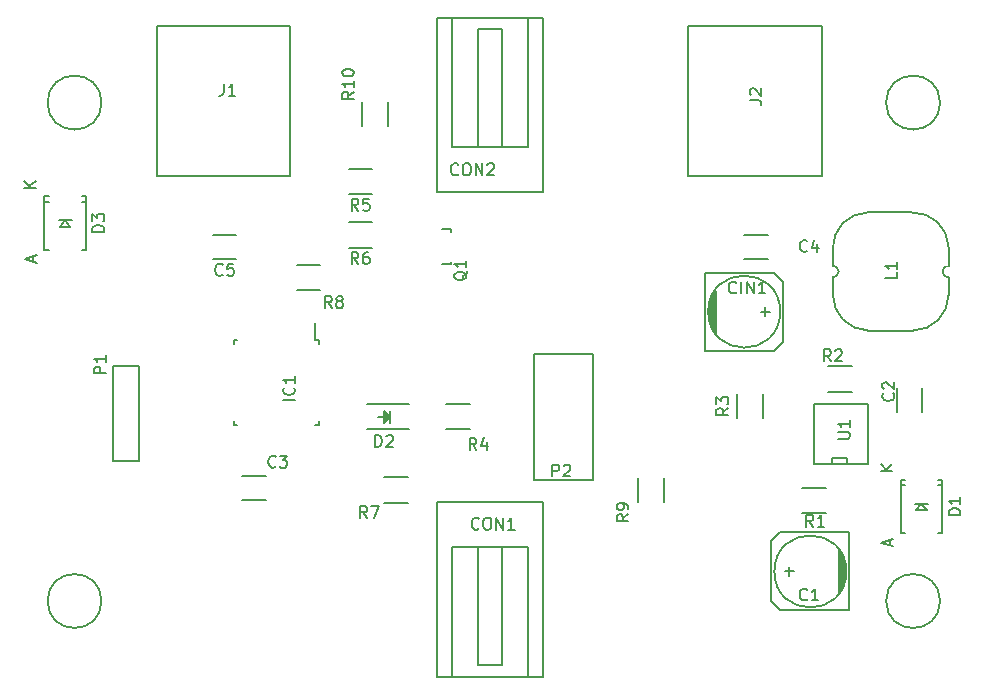
<source format=gbr>
G04 #@! TF.FileFunction,Legend,Top*
%FSLAX46Y46*%
G04 Gerber Fmt 4.6, Leading zero omitted, Abs format (unit mm)*
G04 Created by KiCad (PCBNEW no-vcs-found-product) date Fri Nov  4 22:39:12 2016*
%MOMM*%
%LPD*%
G01*
G04 APERTURE LIST*
%ADD10C,0.100000*%
%ADD11C,0.150000*%
G04 APERTURE END LIST*
D10*
D11*
X85949200Y-115500180D02*
X86650240Y-115500180D01*
X86650240Y-115500180D02*
X86650240Y-115749100D01*
X86650240Y-118299160D02*
X86650240Y-118499820D01*
X86650240Y-118499820D02*
X85949200Y-118499820D01*
X93200000Y-97600000D02*
X93200000Y-108600000D01*
X93200000Y-108600000D02*
X86800000Y-108600000D01*
X86800000Y-108600000D02*
X86800000Y-97600000D01*
X91000000Y-98600000D02*
X91000000Y-108600000D01*
X91000000Y-108600000D02*
X89000000Y-108600000D01*
X89000000Y-108600000D02*
X89000000Y-98600000D01*
X89000000Y-98600000D02*
X91000000Y-98600000D01*
X94500000Y-97600000D02*
X94500000Y-112400000D01*
X94500000Y-112400000D02*
X85500000Y-112400000D01*
X85500000Y-112400000D02*
X85500000Y-97600000D01*
X85500000Y-97600000D02*
X94500000Y-97600000D01*
X86800000Y-153400000D02*
X86800000Y-142400000D01*
X86800000Y-142400000D02*
X93200000Y-142400000D01*
X93200000Y-142400000D02*
X93200000Y-153400000D01*
X89000000Y-152400000D02*
X89000000Y-142400000D01*
X89000000Y-142400000D02*
X91000000Y-142400000D01*
X91000000Y-142400000D02*
X91000000Y-152400000D01*
X91000000Y-152400000D02*
X89000000Y-152400000D01*
X85500000Y-153400000D02*
X85500000Y-138600000D01*
X85500000Y-138600000D02*
X94500000Y-138600000D01*
X94500000Y-138600000D02*
X94500000Y-153400000D01*
X94500000Y-153400000D02*
X85500000Y-153400000D01*
X128086000Y-104800000D02*
G75*
G03X128086000Y-104800000I-2286000J0D01*
G01*
X128086000Y-147000000D02*
G75*
G03X128086000Y-147000000I-2286000J0D01*
G01*
X120021000Y-145262000D02*
X120021000Y-143738000D01*
X119894000Y-143357000D02*
X119894000Y-145643000D01*
X119767000Y-145897000D02*
X119767000Y-143103000D01*
X119640000Y-142849000D02*
X119640000Y-146151000D01*
X119513000Y-146278000D02*
X119513000Y-142722000D01*
X120402000Y-147802000D02*
X120402000Y-141198000D01*
X120402000Y-141198000D02*
X114560000Y-141198000D01*
X114560000Y-141198000D02*
X113798000Y-141960000D01*
X113798000Y-141960000D02*
X113798000Y-147040000D01*
X113798000Y-147040000D02*
X114560000Y-147802000D01*
X114560000Y-147802000D02*
X120402000Y-147802000D01*
X114941000Y-144500000D02*
X115703000Y-144500000D01*
X115322000Y-144881000D02*
X115322000Y-144119000D01*
X120148000Y-144500000D02*
G75*
G03X120148000Y-144500000I-3048000J0D01*
G01*
X124475000Y-129000000D02*
X124475000Y-131000000D01*
X126525000Y-131000000D02*
X126525000Y-129000000D01*
X71000000Y-136375000D02*
X69000000Y-136375000D01*
X69000000Y-138425000D02*
X71000000Y-138425000D01*
X113500000Y-115975000D02*
X111500000Y-115975000D01*
X111500000Y-118025000D02*
X113500000Y-118025000D01*
X68500000Y-115975000D02*
X66500000Y-115975000D01*
X66500000Y-118025000D02*
X68500000Y-118025000D01*
X108579000Y-121738000D02*
X108579000Y-123262000D01*
X108706000Y-123643000D02*
X108706000Y-121357000D01*
X108833000Y-121103000D02*
X108833000Y-123897000D01*
X108960000Y-124151000D02*
X108960000Y-120849000D01*
X109087000Y-120722000D02*
X109087000Y-124278000D01*
X108198000Y-119198000D02*
X108198000Y-125802000D01*
X108198000Y-125802000D02*
X114040000Y-125802000D01*
X114040000Y-125802000D02*
X114802000Y-125040000D01*
X114802000Y-125040000D02*
X114802000Y-119960000D01*
X114802000Y-119960000D02*
X114040000Y-119198000D01*
X114040000Y-119198000D02*
X108198000Y-119198000D01*
X113659000Y-122500000D02*
X112897000Y-122500000D01*
X113278000Y-122119000D02*
X113278000Y-122881000D01*
X114548000Y-122500000D02*
G75*
G03X114548000Y-122500000I-3048000J0D01*
G01*
X83150000Y-130350000D02*
X79550000Y-130350000D01*
X83150000Y-132450000D02*
X79550000Y-132450000D01*
X81100000Y-131700000D02*
X81100000Y-131100000D01*
X81100000Y-131100000D02*
X81400000Y-131400000D01*
X81400000Y-131400000D02*
X81200000Y-131600000D01*
X81200000Y-131600000D02*
X81200000Y-131350000D01*
X81200000Y-131350000D02*
X81250000Y-131400000D01*
X81500000Y-131900000D02*
X81500000Y-130900000D01*
X81000000Y-131400000D02*
X80500000Y-131400000D01*
X81500000Y-131400000D02*
X81000000Y-131900000D01*
X81000000Y-131900000D02*
X81000000Y-130900000D01*
X81000000Y-130900000D02*
X81500000Y-131400000D01*
X75525000Y-124875000D02*
X75200000Y-124875000D01*
X75525000Y-132125000D02*
X75200000Y-132125000D01*
X68275000Y-132125000D02*
X68600000Y-132125000D01*
X68275000Y-124875000D02*
X68600000Y-124875000D01*
X75525000Y-124875000D02*
X75525000Y-125200000D01*
X68275000Y-124875000D02*
X68275000Y-125200000D01*
X68275000Y-132125000D02*
X68275000Y-131800000D01*
X75525000Y-132125000D02*
X75525000Y-131800000D01*
X75200000Y-124875000D02*
X75200000Y-123450000D01*
X67350000Y-111000000D02*
X61750000Y-111000000D01*
X61750000Y-111000000D02*
X61750000Y-98300000D01*
X61750000Y-98300000D02*
X73050000Y-98300000D01*
X73050000Y-98300000D02*
X73050000Y-111000000D01*
X73050000Y-111000000D02*
X67350000Y-111000000D01*
X112350000Y-111000000D02*
X106750000Y-111000000D01*
X106750000Y-111000000D02*
X106750000Y-98300000D01*
X106750000Y-98300000D02*
X118050000Y-98300000D01*
X118050000Y-98300000D02*
X118050000Y-111000000D01*
X118050000Y-111000000D02*
X112350000Y-111000000D01*
X128800000Y-121100000D02*
X128800000Y-119600000D01*
X128800000Y-117000000D02*
X128800000Y-118600000D01*
X125700000Y-114100000D02*
X121900000Y-114100000D01*
X119000000Y-117150000D02*
X119000000Y-118600000D01*
X119000000Y-121000000D02*
X119000000Y-119600000D01*
X125800000Y-124100000D02*
X122000000Y-124100000D01*
X128300000Y-119100000D02*
G75*
G03X128800000Y-119600000I500000J0D01*
G01*
X128800000Y-118600000D02*
G75*
G03X128300000Y-119100000I0J-500000D01*
G01*
X119500000Y-119100000D02*
G75*
G02X119000000Y-119600000I-500000J0D01*
G01*
X119000000Y-118600000D02*
G75*
G02X119500000Y-119100000I0J-500000D01*
G01*
X125800000Y-124100000D02*
G75*
G03X128800000Y-121100000I0J3000000D01*
G01*
X128800000Y-117000000D02*
G75*
G03X125700000Y-114100000I-3000000J-100000D01*
G01*
X121950000Y-114100000D02*
G75*
G03X119000000Y-117150000I50000J-3000000D01*
G01*
X119000000Y-121000000D02*
G75*
G03X122000000Y-124100000I3050000J-50000D01*
G01*
X58060000Y-135130000D02*
X58060000Y-127130000D01*
X58060000Y-127130000D02*
X60260000Y-127130000D01*
X60260000Y-127130000D02*
X60260000Y-135130000D01*
X60260000Y-135130000D02*
X58060000Y-135130000D01*
X93706000Y-126066000D02*
X98709800Y-126066000D01*
X98709800Y-126066000D02*
X98709800Y-136734000D01*
X98709800Y-136734000D02*
X93706000Y-136734000D01*
X93706000Y-136734000D02*
X93706000Y-126066000D01*
X116400000Y-137425000D02*
X118400000Y-137425000D01*
X118400000Y-139575000D02*
X116400000Y-139575000D01*
X118600000Y-127125000D02*
X120600000Y-127125000D01*
X120600000Y-129275000D02*
X118600000Y-129275000D01*
X113075000Y-129500000D02*
X113075000Y-131500000D01*
X110925000Y-131500000D02*
X110925000Y-129500000D01*
X88250000Y-132475000D02*
X86250000Y-132475000D01*
X86250000Y-130325000D02*
X88250000Y-130325000D01*
X78000000Y-110425000D02*
X80000000Y-110425000D01*
X80000000Y-112575000D02*
X78000000Y-112575000D01*
X78000000Y-114925000D02*
X80000000Y-114925000D01*
X80000000Y-117075000D02*
X78000000Y-117075000D01*
X117414000Y-135440000D02*
X117414000Y-130360000D01*
X117414000Y-130360000D02*
X121986000Y-130360000D01*
X121986000Y-130360000D02*
X121986000Y-135440000D01*
X121986000Y-135440000D02*
X117414000Y-135440000D01*
X118938000Y-135440000D02*
X118938000Y-134932000D01*
X118938000Y-134932000D02*
X120208000Y-134932000D01*
X120208000Y-134932000D02*
X120208000Y-135440000D01*
X57086000Y-104800000D02*
G75*
G03X57086000Y-104800000I-2286000J0D01*
G01*
X57086000Y-147000000D02*
G75*
G03X57086000Y-147000000I-2286000J0D01*
G01*
X126500000Y-138750000D02*
X126950000Y-139300000D01*
X126950000Y-139300000D02*
X126050000Y-139300000D01*
X126050000Y-139300000D02*
X126500000Y-138750000D01*
X127050000Y-138750000D02*
X125950000Y-138750000D01*
X124749940Y-137200860D02*
X125100460Y-137200860D01*
X128250060Y-137200860D02*
X127899540Y-137200860D01*
X124749940Y-141250440D02*
X125100460Y-141250440D01*
X124749940Y-136749560D02*
X125100460Y-136749560D01*
X128250060Y-136749560D02*
X127899540Y-136749560D01*
X128250060Y-141250440D02*
X127899540Y-141250440D01*
X124749940Y-136749560D02*
X124749940Y-141250440D01*
X128250060Y-136749560D02*
X128250060Y-141250440D01*
X54000000Y-114750000D02*
X54450000Y-115300000D01*
X54450000Y-115300000D02*
X53550000Y-115300000D01*
X53550000Y-115300000D02*
X54000000Y-114750000D01*
X54550000Y-114750000D02*
X53450000Y-114750000D01*
X52249940Y-113200860D02*
X52600460Y-113200860D01*
X55750060Y-113200860D02*
X55399540Y-113200860D01*
X52249940Y-117250440D02*
X52600460Y-117250440D01*
X52249940Y-112749560D02*
X52600460Y-112749560D01*
X55750060Y-112749560D02*
X55399540Y-112749560D01*
X55750060Y-117250440D02*
X55399540Y-117250440D01*
X52249940Y-112749560D02*
X52249940Y-117250440D01*
X55750060Y-112749560D02*
X55750060Y-117250440D01*
X83000000Y-138675000D02*
X81000000Y-138675000D01*
X81000000Y-136525000D02*
X83000000Y-136525000D01*
X75600000Y-120675000D02*
X73600000Y-120675000D01*
X73600000Y-118525000D02*
X75600000Y-118525000D01*
X104675000Y-136600000D02*
X104675000Y-138600000D01*
X102525000Y-138600000D02*
X102525000Y-136600000D01*
X79175000Y-106750000D02*
X79175000Y-104750000D01*
X81325000Y-104750000D02*
X81325000Y-106750000D01*
X88047619Y-119095238D02*
X88000000Y-119190476D01*
X87904761Y-119285714D01*
X87761904Y-119428571D01*
X87714285Y-119523809D01*
X87714285Y-119619047D01*
X87952380Y-119571428D02*
X87904761Y-119666666D01*
X87809523Y-119761904D01*
X87619047Y-119809523D01*
X87285714Y-119809523D01*
X87095238Y-119761904D01*
X87000000Y-119666666D01*
X86952380Y-119571428D01*
X86952380Y-119380952D01*
X87000000Y-119285714D01*
X87095238Y-119190476D01*
X87285714Y-119142857D01*
X87619047Y-119142857D01*
X87809523Y-119190476D01*
X87904761Y-119285714D01*
X87952380Y-119380952D01*
X87952380Y-119571428D01*
X87952380Y-118190476D02*
X87952380Y-118761904D01*
X87952380Y-118476190D02*
X86952380Y-118476190D01*
X87095238Y-118571428D01*
X87190476Y-118666666D01*
X87238095Y-118761904D01*
X87285714Y-110857142D02*
X87238095Y-110904761D01*
X87095238Y-110952380D01*
X87000000Y-110952380D01*
X86857142Y-110904761D01*
X86761904Y-110809523D01*
X86714285Y-110714285D01*
X86666666Y-110523809D01*
X86666666Y-110380952D01*
X86714285Y-110190476D01*
X86761904Y-110095238D01*
X86857142Y-110000000D01*
X87000000Y-109952380D01*
X87095238Y-109952380D01*
X87238095Y-110000000D01*
X87285714Y-110047619D01*
X87904761Y-109952380D02*
X88095238Y-109952380D01*
X88190476Y-110000000D01*
X88285714Y-110095238D01*
X88333333Y-110285714D01*
X88333333Y-110619047D01*
X88285714Y-110809523D01*
X88190476Y-110904761D01*
X88095238Y-110952380D01*
X87904761Y-110952380D01*
X87809523Y-110904761D01*
X87714285Y-110809523D01*
X87666666Y-110619047D01*
X87666666Y-110285714D01*
X87714285Y-110095238D01*
X87809523Y-110000000D01*
X87904761Y-109952380D01*
X88761904Y-110952380D02*
X88761904Y-109952380D01*
X89333333Y-110952380D01*
X89333333Y-109952380D01*
X89761904Y-110047619D02*
X89809523Y-110000000D01*
X89904761Y-109952380D01*
X90142857Y-109952380D01*
X90238095Y-110000000D01*
X90285714Y-110047619D01*
X90333333Y-110142857D01*
X90333333Y-110238095D01*
X90285714Y-110380952D01*
X89714285Y-110952380D01*
X90333333Y-110952380D01*
X89035714Y-140857142D02*
X88988095Y-140904761D01*
X88845238Y-140952380D01*
X88750000Y-140952380D01*
X88607142Y-140904761D01*
X88511904Y-140809523D01*
X88464285Y-140714285D01*
X88416666Y-140523809D01*
X88416666Y-140380952D01*
X88464285Y-140190476D01*
X88511904Y-140095238D01*
X88607142Y-140000000D01*
X88750000Y-139952380D01*
X88845238Y-139952380D01*
X88988095Y-140000000D01*
X89035714Y-140047619D01*
X89654761Y-139952380D02*
X89845238Y-139952380D01*
X89940476Y-140000000D01*
X90035714Y-140095238D01*
X90083333Y-140285714D01*
X90083333Y-140619047D01*
X90035714Y-140809523D01*
X89940476Y-140904761D01*
X89845238Y-140952380D01*
X89654761Y-140952380D01*
X89559523Y-140904761D01*
X89464285Y-140809523D01*
X89416666Y-140619047D01*
X89416666Y-140285714D01*
X89464285Y-140095238D01*
X89559523Y-140000000D01*
X89654761Y-139952380D01*
X90511904Y-140952380D02*
X90511904Y-139952380D01*
X91083333Y-140952380D01*
X91083333Y-139952380D01*
X92083333Y-140952380D02*
X91511904Y-140952380D01*
X91797619Y-140952380D02*
X91797619Y-139952380D01*
X91702380Y-140095238D01*
X91607142Y-140190476D01*
X91511904Y-140238095D01*
X116833333Y-146857142D02*
X116785714Y-146904761D01*
X116642857Y-146952380D01*
X116547619Y-146952380D01*
X116404761Y-146904761D01*
X116309523Y-146809523D01*
X116261904Y-146714285D01*
X116214285Y-146523809D01*
X116214285Y-146380952D01*
X116261904Y-146190476D01*
X116309523Y-146095238D01*
X116404761Y-146000000D01*
X116547619Y-145952380D01*
X116642857Y-145952380D01*
X116785714Y-146000000D01*
X116833333Y-146047619D01*
X117785714Y-146952380D02*
X117214285Y-146952380D01*
X117500000Y-146952380D02*
X117500000Y-145952380D01*
X117404761Y-146095238D01*
X117309523Y-146190476D01*
X117214285Y-146238095D01*
X124107142Y-129416666D02*
X124154761Y-129464285D01*
X124202380Y-129607142D01*
X124202380Y-129702380D01*
X124154761Y-129845238D01*
X124059523Y-129940476D01*
X123964285Y-129988095D01*
X123773809Y-130035714D01*
X123630952Y-130035714D01*
X123440476Y-129988095D01*
X123345238Y-129940476D01*
X123250000Y-129845238D01*
X123202380Y-129702380D01*
X123202380Y-129607142D01*
X123250000Y-129464285D01*
X123297619Y-129416666D01*
X123297619Y-129035714D02*
X123250000Y-128988095D01*
X123202380Y-128892857D01*
X123202380Y-128654761D01*
X123250000Y-128559523D01*
X123297619Y-128511904D01*
X123392857Y-128464285D01*
X123488095Y-128464285D01*
X123630952Y-128511904D01*
X124202380Y-129083333D01*
X124202380Y-128464285D01*
X71833333Y-135607142D02*
X71785714Y-135654761D01*
X71642857Y-135702380D01*
X71547619Y-135702380D01*
X71404761Y-135654761D01*
X71309523Y-135559523D01*
X71261904Y-135464285D01*
X71214285Y-135273809D01*
X71214285Y-135130952D01*
X71261904Y-134940476D01*
X71309523Y-134845238D01*
X71404761Y-134750000D01*
X71547619Y-134702380D01*
X71642857Y-134702380D01*
X71785714Y-134750000D01*
X71833333Y-134797619D01*
X72166666Y-134702380D02*
X72785714Y-134702380D01*
X72452380Y-135083333D01*
X72595238Y-135083333D01*
X72690476Y-135130952D01*
X72738095Y-135178571D01*
X72785714Y-135273809D01*
X72785714Y-135511904D01*
X72738095Y-135607142D01*
X72690476Y-135654761D01*
X72595238Y-135702380D01*
X72309523Y-135702380D01*
X72214285Y-135654761D01*
X72166666Y-135607142D01*
X116833333Y-117357142D02*
X116785714Y-117404761D01*
X116642857Y-117452380D01*
X116547619Y-117452380D01*
X116404761Y-117404761D01*
X116309523Y-117309523D01*
X116261904Y-117214285D01*
X116214285Y-117023809D01*
X116214285Y-116880952D01*
X116261904Y-116690476D01*
X116309523Y-116595238D01*
X116404761Y-116500000D01*
X116547619Y-116452380D01*
X116642857Y-116452380D01*
X116785714Y-116500000D01*
X116833333Y-116547619D01*
X117690476Y-116785714D02*
X117690476Y-117452380D01*
X117452380Y-116404761D02*
X117214285Y-117119047D01*
X117833333Y-117119047D01*
X67333333Y-119357142D02*
X67285714Y-119404761D01*
X67142857Y-119452380D01*
X67047619Y-119452380D01*
X66904761Y-119404761D01*
X66809523Y-119309523D01*
X66761904Y-119214285D01*
X66714285Y-119023809D01*
X66714285Y-118880952D01*
X66761904Y-118690476D01*
X66809523Y-118595238D01*
X66904761Y-118500000D01*
X67047619Y-118452380D01*
X67142857Y-118452380D01*
X67285714Y-118500000D01*
X67333333Y-118547619D01*
X68238095Y-118452380D02*
X67761904Y-118452380D01*
X67714285Y-118928571D01*
X67761904Y-118880952D01*
X67857142Y-118833333D01*
X68095238Y-118833333D01*
X68190476Y-118880952D01*
X68238095Y-118928571D01*
X68285714Y-119023809D01*
X68285714Y-119261904D01*
X68238095Y-119357142D01*
X68190476Y-119404761D01*
X68095238Y-119452380D01*
X67857142Y-119452380D01*
X67761904Y-119404761D01*
X67714285Y-119357142D01*
X110821428Y-120857142D02*
X110773809Y-120904761D01*
X110630952Y-120952380D01*
X110535714Y-120952380D01*
X110392857Y-120904761D01*
X110297619Y-120809523D01*
X110250000Y-120714285D01*
X110202380Y-120523809D01*
X110202380Y-120380952D01*
X110250000Y-120190476D01*
X110297619Y-120095238D01*
X110392857Y-120000000D01*
X110535714Y-119952380D01*
X110630952Y-119952380D01*
X110773809Y-120000000D01*
X110821428Y-120047619D01*
X111250000Y-120952380D02*
X111250000Y-119952380D01*
X111726190Y-120952380D02*
X111726190Y-119952380D01*
X112297619Y-120952380D01*
X112297619Y-119952380D01*
X113297619Y-120952380D02*
X112726190Y-120952380D01*
X113011904Y-120952380D02*
X113011904Y-119952380D01*
X112916666Y-120095238D01*
X112821428Y-120190476D01*
X112726190Y-120238095D01*
X80261904Y-133952380D02*
X80261904Y-132952380D01*
X80500000Y-132952380D01*
X80642857Y-133000000D01*
X80738095Y-133095238D01*
X80785714Y-133190476D01*
X80833333Y-133380952D01*
X80833333Y-133523809D01*
X80785714Y-133714285D01*
X80738095Y-133809523D01*
X80642857Y-133904761D01*
X80500000Y-133952380D01*
X80261904Y-133952380D01*
X81214285Y-133047619D02*
X81261904Y-133000000D01*
X81357142Y-132952380D01*
X81595238Y-132952380D01*
X81690476Y-133000000D01*
X81738095Y-133047619D01*
X81785714Y-133142857D01*
X81785714Y-133238095D01*
X81738095Y-133380952D01*
X81166666Y-133952380D01*
X81785714Y-133952380D01*
X73452380Y-129976190D02*
X72452380Y-129976190D01*
X73357142Y-128928571D02*
X73404761Y-128976190D01*
X73452380Y-129119047D01*
X73452380Y-129214285D01*
X73404761Y-129357142D01*
X73309523Y-129452380D01*
X73214285Y-129500000D01*
X73023809Y-129547619D01*
X72880952Y-129547619D01*
X72690476Y-129500000D01*
X72595238Y-129452380D01*
X72500000Y-129357142D01*
X72452380Y-129214285D01*
X72452380Y-129119047D01*
X72500000Y-128976190D01*
X72547619Y-128928571D01*
X73452380Y-127976190D02*
X73452380Y-128547619D01*
X73452380Y-128261904D02*
X72452380Y-128261904D01*
X72595238Y-128357142D01*
X72690476Y-128452380D01*
X72738095Y-128547619D01*
X67416666Y-103202380D02*
X67416666Y-103916666D01*
X67369047Y-104059523D01*
X67273809Y-104154761D01*
X67130952Y-104202380D01*
X67035714Y-104202380D01*
X68416666Y-104202380D02*
X67845238Y-104202380D01*
X68130952Y-104202380D02*
X68130952Y-103202380D01*
X68035714Y-103345238D01*
X67940476Y-103440476D01*
X67845238Y-103488095D01*
X111952380Y-104583333D02*
X112666666Y-104583333D01*
X112809523Y-104630952D01*
X112904761Y-104726190D01*
X112952380Y-104869047D01*
X112952380Y-104964285D01*
X112047619Y-104154761D02*
X112000000Y-104107142D01*
X111952380Y-104011904D01*
X111952380Y-103773809D01*
X112000000Y-103678571D01*
X112047619Y-103630952D01*
X112142857Y-103583333D01*
X112238095Y-103583333D01*
X112380952Y-103630952D01*
X112952380Y-104202380D01*
X112952380Y-103583333D01*
X124452380Y-119166666D02*
X124452380Y-119642857D01*
X123452380Y-119642857D01*
X124452380Y-118309523D02*
X124452380Y-118880952D01*
X124452380Y-118595238D02*
X123452380Y-118595238D01*
X123595238Y-118690476D01*
X123690476Y-118785714D01*
X123738095Y-118880952D01*
X57452380Y-127738095D02*
X56452380Y-127738095D01*
X56452380Y-127357142D01*
X56500000Y-127261904D01*
X56547619Y-127214285D01*
X56642857Y-127166666D01*
X56785714Y-127166666D01*
X56880952Y-127214285D01*
X56928571Y-127261904D01*
X56976190Y-127357142D01*
X56976190Y-127738095D01*
X57452380Y-126214285D02*
X57452380Y-126785714D01*
X57452380Y-126500000D02*
X56452380Y-126500000D01*
X56595238Y-126595238D01*
X56690476Y-126690476D01*
X56738095Y-126785714D01*
X95261904Y-136452380D02*
X95261904Y-135452380D01*
X95642857Y-135452380D01*
X95738095Y-135500000D01*
X95785714Y-135547619D01*
X95833333Y-135642857D01*
X95833333Y-135785714D01*
X95785714Y-135880952D01*
X95738095Y-135928571D01*
X95642857Y-135976190D01*
X95261904Y-135976190D01*
X96214285Y-135547619D02*
X96261904Y-135500000D01*
X96357142Y-135452380D01*
X96595238Y-135452380D01*
X96690476Y-135500000D01*
X96738095Y-135547619D01*
X96785714Y-135642857D01*
X96785714Y-135738095D01*
X96738095Y-135880952D01*
X96166666Y-136452380D01*
X96785714Y-136452380D01*
X117333333Y-140702380D02*
X117000000Y-140226190D01*
X116761904Y-140702380D02*
X116761904Y-139702380D01*
X117142857Y-139702380D01*
X117238095Y-139750000D01*
X117285714Y-139797619D01*
X117333333Y-139892857D01*
X117333333Y-140035714D01*
X117285714Y-140130952D01*
X117238095Y-140178571D01*
X117142857Y-140226190D01*
X116761904Y-140226190D01*
X118285714Y-140702380D02*
X117714285Y-140702380D01*
X118000000Y-140702380D02*
X118000000Y-139702380D01*
X117904761Y-139845238D01*
X117809523Y-139940476D01*
X117714285Y-139988095D01*
X118833333Y-126702380D02*
X118500000Y-126226190D01*
X118261904Y-126702380D02*
X118261904Y-125702380D01*
X118642857Y-125702380D01*
X118738095Y-125750000D01*
X118785714Y-125797619D01*
X118833333Y-125892857D01*
X118833333Y-126035714D01*
X118785714Y-126130952D01*
X118738095Y-126178571D01*
X118642857Y-126226190D01*
X118261904Y-126226190D01*
X119214285Y-125797619D02*
X119261904Y-125750000D01*
X119357142Y-125702380D01*
X119595238Y-125702380D01*
X119690476Y-125750000D01*
X119738095Y-125797619D01*
X119785714Y-125892857D01*
X119785714Y-125988095D01*
X119738095Y-126130952D01*
X119166666Y-126702380D01*
X119785714Y-126702380D01*
X110152380Y-130666666D02*
X109676190Y-131000000D01*
X110152380Y-131238095D02*
X109152380Y-131238095D01*
X109152380Y-130857142D01*
X109200000Y-130761904D01*
X109247619Y-130714285D01*
X109342857Y-130666666D01*
X109485714Y-130666666D01*
X109580952Y-130714285D01*
X109628571Y-130761904D01*
X109676190Y-130857142D01*
X109676190Y-131238095D01*
X109152380Y-130333333D02*
X109152380Y-129714285D01*
X109533333Y-130047619D01*
X109533333Y-129904761D01*
X109580952Y-129809523D01*
X109628571Y-129761904D01*
X109723809Y-129714285D01*
X109961904Y-129714285D01*
X110057142Y-129761904D01*
X110104761Y-129809523D01*
X110152380Y-129904761D01*
X110152380Y-130190476D01*
X110104761Y-130285714D01*
X110057142Y-130333333D01*
X88833333Y-134202380D02*
X88500000Y-133726190D01*
X88261904Y-134202380D02*
X88261904Y-133202380D01*
X88642857Y-133202380D01*
X88738095Y-133250000D01*
X88785714Y-133297619D01*
X88833333Y-133392857D01*
X88833333Y-133535714D01*
X88785714Y-133630952D01*
X88738095Y-133678571D01*
X88642857Y-133726190D01*
X88261904Y-133726190D01*
X89690476Y-133535714D02*
X89690476Y-134202380D01*
X89452380Y-133154761D02*
X89214285Y-133869047D01*
X89833333Y-133869047D01*
X78833333Y-113952380D02*
X78500000Y-113476190D01*
X78261904Y-113952380D02*
X78261904Y-112952380D01*
X78642857Y-112952380D01*
X78738095Y-113000000D01*
X78785714Y-113047619D01*
X78833333Y-113142857D01*
X78833333Y-113285714D01*
X78785714Y-113380952D01*
X78738095Y-113428571D01*
X78642857Y-113476190D01*
X78261904Y-113476190D01*
X79738095Y-112952380D02*
X79261904Y-112952380D01*
X79214285Y-113428571D01*
X79261904Y-113380952D01*
X79357142Y-113333333D01*
X79595238Y-113333333D01*
X79690476Y-113380952D01*
X79738095Y-113428571D01*
X79785714Y-113523809D01*
X79785714Y-113761904D01*
X79738095Y-113857142D01*
X79690476Y-113904761D01*
X79595238Y-113952380D01*
X79357142Y-113952380D01*
X79261904Y-113904761D01*
X79214285Y-113857142D01*
X78833333Y-118452380D02*
X78500000Y-117976190D01*
X78261904Y-118452380D02*
X78261904Y-117452380D01*
X78642857Y-117452380D01*
X78738095Y-117500000D01*
X78785714Y-117547619D01*
X78833333Y-117642857D01*
X78833333Y-117785714D01*
X78785714Y-117880952D01*
X78738095Y-117928571D01*
X78642857Y-117976190D01*
X78261904Y-117976190D01*
X79690476Y-117452380D02*
X79500000Y-117452380D01*
X79404761Y-117500000D01*
X79357142Y-117547619D01*
X79261904Y-117690476D01*
X79214285Y-117880952D01*
X79214285Y-118261904D01*
X79261904Y-118357142D01*
X79309523Y-118404761D01*
X79404761Y-118452380D01*
X79595238Y-118452380D01*
X79690476Y-118404761D01*
X79738095Y-118357142D01*
X79785714Y-118261904D01*
X79785714Y-118023809D01*
X79738095Y-117928571D01*
X79690476Y-117880952D01*
X79595238Y-117833333D01*
X79404761Y-117833333D01*
X79309523Y-117880952D01*
X79261904Y-117928571D01*
X79214285Y-118023809D01*
X119452380Y-133261904D02*
X120261904Y-133261904D01*
X120357142Y-133214285D01*
X120404761Y-133166666D01*
X120452380Y-133071428D01*
X120452380Y-132880952D01*
X120404761Y-132785714D01*
X120357142Y-132738095D01*
X120261904Y-132690476D01*
X119452380Y-132690476D01*
X120452380Y-131690476D02*
X120452380Y-132261904D01*
X120452380Y-131976190D02*
X119452380Y-131976190D01*
X119595238Y-132071428D01*
X119690476Y-132166666D01*
X119738095Y-132261904D01*
X129802380Y-139738095D02*
X128802380Y-139738095D01*
X128802380Y-139500000D01*
X128850000Y-139357142D01*
X128945238Y-139261904D01*
X129040476Y-139214285D01*
X129230952Y-139166666D01*
X129373809Y-139166666D01*
X129564285Y-139214285D01*
X129659523Y-139261904D01*
X129754761Y-139357142D01*
X129802380Y-139500000D01*
X129802380Y-139738095D01*
X129802380Y-138214285D02*
X129802380Y-138785714D01*
X129802380Y-138500000D02*
X128802380Y-138500000D01*
X128945238Y-138595238D01*
X129040476Y-138690476D01*
X129088095Y-138785714D01*
X124052380Y-136011904D02*
X123052380Y-136011904D01*
X124052380Y-135440476D02*
X123480952Y-135869047D01*
X123052380Y-135440476D02*
X123623809Y-136011904D01*
X123816666Y-142288095D02*
X123816666Y-141811904D01*
X124102380Y-142383333D02*
X123102380Y-142050000D01*
X124102380Y-141716666D01*
X57302380Y-115738095D02*
X56302380Y-115738095D01*
X56302380Y-115500000D01*
X56350000Y-115357142D01*
X56445238Y-115261904D01*
X56540476Y-115214285D01*
X56730952Y-115166666D01*
X56873809Y-115166666D01*
X57064285Y-115214285D01*
X57159523Y-115261904D01*
X57254761Y-115357142D01*
X57302380Y-115500000D01*
X57302380Y-115738095D01*
X56302380Y-114833333D02*
X56302380Y-114214285D01*
X56683333Y-114547619D01*
X56683333Y-114404761D01*
X56730952Y-114309523D01*
X56778571Y-114261904D01*
X56873809Y-114214285D01*
X57111904Y-114214285D01*
X57207142Y-114261904D01*
X57254761Y-114309523D01*
X57302380Y-114404761D01*
X57302380Y-114690476D01*
X57254761Y-114785714D01*
X57207142Y-114833333D01*
X51552380Y-112011904D02*
X50552380Y-112011904D01*
X51552380Y-111440476D02*
X50980952Y-111869047D01*
X50552380Y-111440476D02*
X51123809Y-112011904D01*
X51316666Y-118288095D02*
X51316666Y-117811904D01*
X51602380Y-118383333D02*
X50602380Y-118050000D01*
X51602380Y-117716666D01*
X79583333Y-139952380D02*
X79250000Y-139476190D01*
X79011904Y-139952380D02*
X79011904Y-138952380D01*
X79392857Y-138952380D01*
X79488095Y-139000000D01*
X79535714Y-139047619D01*
X79583333Y-139142857D01*
X79583333Y-139285714D01*
X79535714Y-139380952D01*
X79488095Y-139428571D01*
X79392857Y-139476190D01*
X79011904Y-139476190D01*
X79916666Y-138952380D02*
X80583333Y-138952380D01*
X80154761Y-139952380D01*
X76583333Y-122202380D02*
X76250000Y-121726190D01*
X76011904Y-122202380D02*
X76011904Y-121202380D01*
X76392857Y-121202380D01*
X76488095Y-121250000D01*
X76535714Y-121297619D01*
X76583333Y-121392857D01*
X76583333Y-121535714D01*
X76535714Y-121630952D01*
X76488095Y-121678571D01*
X76392857Y-121726190D01*
X76011904Y-121726190D01*
X77154761Y-121630952D02*
X77059523Y-121583333D01*
X77011904Y-121535714D01*
X76964285Y-121440476D01*
X76964285Y-121392857D01*
X77011904Y-121297619D01*
X77059523Y-121250000D01*
X77154761Y-121202380D01*
X77345238Y-121202380D01*
X77440476Y-121250000D01*
X77488095Y-121297619D01*
X77535714Y-121392857D01*
X77535714Y-121440476D01*
X77488095Y-121535714D01*
X77440476Y-121583333D01*
X77345238Y-121630952D01*
X77154761Y-121630952D01*
X77059523Y-121678571D01*
X77011904Y-121726190D01*
X76964285Y-121821428D01*
X76964285Y-122011904D01*
X77011904Y-122107142D01*
X77059523Y-122154761D01*
X77154761Y-122202380D01*
X77345238Y-122202380D01*
X77440476Y-122154761D01*
X77488095Y-122107142D01*
X77535714Y-122011904D01*
X77535714Y-121821428D01*
X77488095Y-121726190D01*
X77440476Y-121678571D01*
X77345238Y-121630952D01*
X101702380Y-139666666D02*
X101226190Y-140000000D01*
X101702380Y-140238095D02*
X100702380Y-140238095D01*
X100702380Y-139857142D01*
X100750000Y-139761904D01*
X100797619Y-139714285D01*
X100892857Y-139666666D01*
X101035714Y-139666666D01*
X101130952Y-139714285D01*
X101178571Y-139761904D01*
X101226190Y-139857142D01*
X101226190Y-140238095D01*
X101702380Y-139190476D02*
X101702380Y-139000000D01*
X101654761Y-138904761D01*
X101607142Y-138857142D01*
X101464285Y-138761904D01*
X101273809Y-138714285D01*
X100892857Y-138714285D01*
X100797619Y-138761904D01*
X100750000Y-138809523D01*
X100702380Y-138904761D01*
X100702380Y-139095238D01*
X100750000Y-139190476D01*
X100797619Y-139238095D01*
X100892857Y-139285714D01*
X101130952Y-139285714D01*
X101226190Y-139238095D01*
X101273809Y-139190476D01*
X101321428Y-139095238D01*
X101321428Y-138904761D01*
X101273809Y-138809523D01*
X101226190Y-138761904D01*
X101130952Y-138714285D01*
X78452380Y-103892857D02*
X77976190Y-104226190D01*
X78452380Y-104464285D02*
X77452380Y-104464285D01*
X77452380Y-104083333D01*
X77500000Y-103988095D01*
X77547619Y-103940476D01*
X77642857Y-103892857D01*
X77785714Y-103892857D01*
X77880952Y-103940476D01*
X77928571Y-103988095D01*
X77976190Y-104083333D01*
X77976190Y-104464285D01*
X78452380Y-102940476D02*
X78452380Y-103511904D01*
X78452380Y-103226190D02*
X77452380Y-103226190D01*
X77595238Y-103321428D01*
X77690476Y-103416666D01*
X77738095Y-103511904D01*
X77452380Y-102321428D02*
X77452380Y-102226190D01*
X77500000Y-102130952D01*
X77547619Y-102083333D01*
X77642857Y-102035714D01*
X77833333Y-101988095D01*
X78071428Y-101988095D01*
X78261904Y-102035714D01*
X78357142Y-102083333D01*
X78404761Y-102130952D01*
X78452380Y-102226190D01*
X78452380Y-102321428D01*
X78404761Y-102416666D01*
X78357142Y-102464285D01*
X78261904Y-102511904D01*
X78071428Y-102559523D01*
X77833333Y-102559523D01*
X77642857Y-102511904D01*
X77547619Y-102464285D01*
X77500000Y-102416666D01*
X77452380Y-102321428D01*
M02*

</source>
